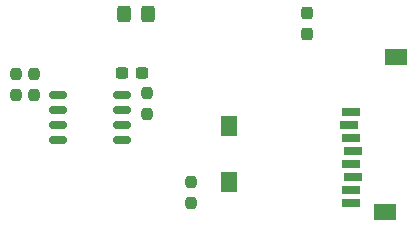
<source format=gbr>
%TF.GenerationSoftware,KiCad,Pcbnew,7.0.5*%
%TF.CreationDate,2023-06-19T10:59:58-04:00*%
%TF.ProjectId,DATA_STORAGE,44415441-5f53-4544-9f52-4147452e6b69,rev?*%
%TF.SameCoordinates,Original*%
%TF.FileFunction,Paste,Top*%
%TF.FilePolarity,Positive*%
%FSLAX46Y46*%
G04 Gerber Fmt 4.6, Leading zero omitted, Abs format (unit mm)*
G04 Created by KiCad (PCBNEW 7.0.5) date 2023-06-19 10:59:58*
%MOMM*%
%LPD*%
G01*
G04 APERTURE LIST*
G04 Aperture macros list*
%AMRoundRect*
0 Rectangle with rounded corners*
0 $1 Rounding radius*
0 $2 $3 $4 $5 $6 $7 $8 $9 X,Y pos of 4 corners*
0 Add a 4 corners polygon primitive as box body*
4,1,4,$2,$3,$4,$5,$6,$7,$8,$9,$2,$3,0*
0 Add four circle primitives for the rounded corners*
1,1,$1+$1,$2,$3*
1,1,$1+$1,$4,$5*
1,1,$1+$1,$6,$7*
1,1,$1+$1,$8,$9*
0 Add four rect primitives between the rounded corners*
20,1,$1+$1,$2,$3,$4,$5,0*
20,1,$1+$1,$4,$5,$6,$7,0*
20,1,$1+$1,$6,$7,$8,$9,0*
20,1,$1+$1,$8,$9,$2,$3,0*%
G04 Aperture macros list end*
%ADD10RoundRect,0.250000X0.325000X0.450000X-0.325000X0.450000X-0.325000X-0.450000X0.325000X-0.450000X0*%
%ADD11RoundRect,0.237500X0.237500X-0.250000X0.237500X0.250000X-0.237500X0.250000X-0.237500X-0.250000X0*%
%ADD12RoundRect,0.237500X0.237500X-0.300000X0.237500X0.300000X-0.237500X0.300000X-0.237500X-0.300000X0*%
%ADD13R,1.500000X0.800000*%
%ADD14R,1.400000X1.800000*%
%ADD15R,1.900000X1.400000*%
%ADD16RoundRect,0.237500X-0.237500X0.250000X-0.237500X-0.250000X0.237500X-0.250000X0.237500X0.250000X0*%
%ADD17RoundRect,0.150000X-0.625000X-0.150000X0.625000X-0.150000X0.625000X0.150000X-0.625000X0.150000X0*%
%ADD18RoundRect,0.237500X0.300000X0.237500X-0.300000X0.237500X-0.300000X-0.237500X0.300000X-0.237500X0*%
G04 APERTURE END LIST*
D10*
%TO.C,C1*%
X146342500Y-89868621D03*
X144292500Y-89868621D03*
%TD*%
D11*
%TO.C,R6*%
X136670000Y-96751121D03*
X136670000Y-94926121D03*
%TD*%
D12*
%TO.C,C2*%
X159820000Y-91541121D03*
X159820000Y-89816121D03*
%TD*%
D13*
%TO.C,J3*%
X163510000Y-98179610D03*
X163310000Y-99279610D03*
X163510000Y-100379610D03*
X163710000Y-101479610D03*
X163510000Y-102579610D03*
X163710000Y-103679610D03*
X163510000Y-104779610D03*
X163510000Y-105879610D03*
D14*
X153210000Y-104079610D03*
X153210000Y-99379610D03*
D15*
X167360000Y-93529610D03*
X166360000Y-106679610D03*
%TD*%
D16*
%TO.C,R1*%
X149960000Y-104086121D03*
X149960000Y-105911121D03*
%TD*%
D17*
%TO.C,U1*%
X138755000Y-96753621D03*
X138755000Y-98023621D03*
X138755000Y-99293621D03*
X138755000Y-100563621D03*
X144105000Y-100563621D03*
X144105000Y-99293621D03*
X144105000Y-98023621D03*
X144105000Y-96753621D03*
%TD*%
D18*
%TO.C,C5*%
X145832500Y-94918621D03*
X144107500Y-94918621D03*
%TD*%
D11*
%TO.C,R5*%
X146250000Y-98381121D03*
X146250000Y-96556121D03*
%TD*%
%TO.C,R4*%
X135120000Y-96751121D03*
X135120000Y-94926121D03*
%TD*%
M02*

</source>
